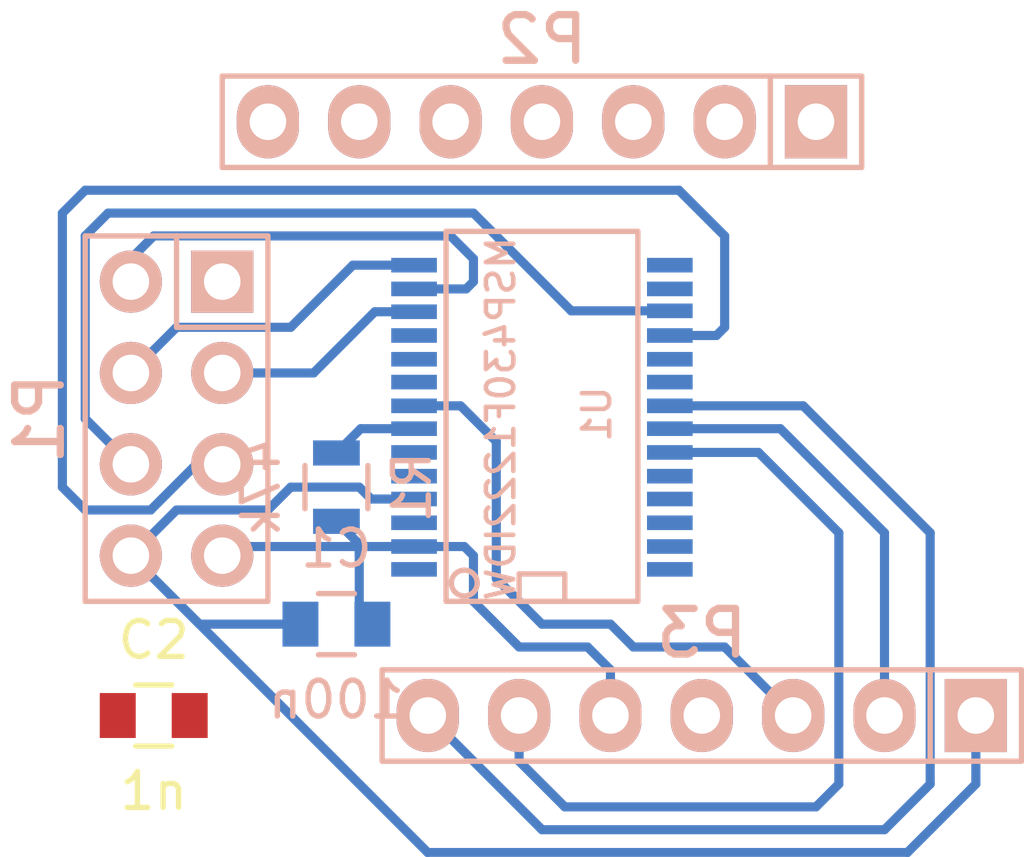
<source format=kicad_pcb>
(kicad_pcb (version 4) (host pcbnew 0.201502010101+5397~21~ubuntu14.04.1-product)

  (general
    (links 27)
    (no_connects 10)
    (area 0 0 0 0)
    (thickness 1.6)
    (drawings 0)
    (tracks 86)
    (zones 0)
    (modules 7)
    (nets 30)
  )

  (page A4)
  (layers
    (0 F.Cu signal)
    (31 B.Cu signal)
    (32 B.Adhes user)
    (33 F.Adhes user)
    (34 B.Paste user)
    (35 F.Paste user)
    (36 B.SilkS user)
    (37 F.SilkS user)
    (38 B.Mask user)
    (39 F.Mask user)
    (40 Dwgs.User user)
    (41 Cmts.User user)
    (42 Eco1.User user)
    (43 Eco2.User user)
    (44 Edge.Cuts user)
    (45 Margin user)
    (46 B.CrtYd user)
    (47 F.CrtYd user)
    (48 B.Fab user)
    (49 F.Fab user)
  )

  (setup
    (last_trace_width 0.254)
    (trace_clearance 0.254)
    (zone_clearance 0.508)
    (zone_45_only no)
    (trace_min 0.254)
    (segment_width 0.2)
    (edge_width 0.1)
    (via_size 0.889)
    (via_drill 0.635)
    (via_min_size 0.889)
    (via_min_drill 0.508)
    (uvia_size 0.508)
    (uvia_drill 0.127)
    (uvias_allowed no)
    (uvia_min_size 0.508)
    (uvia_min_drill 0.127)
    (pcb_text_width 0.3)
    (pcb_text_size 1.5 1.5)
    (mod_edge_width 0.15)
    (mod_text_size 1 1)
    (mod_text_width 0.15)
    (pad_size 1.5 1.5)
    (pad_drill 0.6)
    (pad_to_mask_clearance 0)
    (aux_axis_origin 0 0)
    (visible_elements FFFFFF7F)
    (pcbplotparams
      (layerselection 0x00030_80000001)
      (usegerberextensions false)
      (excludeedgelayer true)
      (linewidth 0.100000)
      (plotframeref false)
      (viasonmask false)
      (mode 1)
      (useauxorigin false)
      (hpglpennumber 1)
      (hpglpenspeed 20)
      (hpglpendiameter 15)
      (hpglpenoverlay 2)
      (psnegative false)
      (psa4output false)
      (plotreference true)
      (plotvalue true)
      (plotinvisibletext false)
      (padsonsilk false)
      (subtractmaskfromsilk false)
      (outputformat 1)
      (mirror false)
      (drillshape 1)
      (scaleselection 1)
      (outputdirectory ""))
  )

  (net 0 "")
  (net 1 +3V3)
  (net 2 GND)
  (net 3 "Net-(C2-Pad1)")
  (net 4 "Net-(P1-Pad1)")
  (net 5 "Net-(P1-Pad2)")
  (net 6 "Net-(P1-Pad3)")
  (net 7 "Net-(P1-Pad4)")
  (net 8 "Net-(P1-Pad5)")
  (net 9 "Net-(P1-Pad6)")
  (net 10 "Net-(P2-Pad3)")
  (net 11 "Net-(P2-Pad5)")
  (net 12 "Net-(P2-Pad6)")
  (net 13 "Net-(P2-Pad7)")
  (net 14 "Net-(P3-Pad3)")
  (net 15 "Net-(P3-Pad4)")
  (net 16 "Net-(P3-Pad6)")
  (net 17 "Net-(P3-Pad7)")
  (net 18 "Net-(U1-Pad3)")
  (net 19 "Net-(U1-Pad5)")
  (net 20 "Net-(U1-Pad6)")
  (net 21 "Net-(U1-Pad9)")
  (net 22 "Net-(U1-Pad11)")
  (net 23 "Net-(U1-Pad15)")
  (net 24 "Net-(U1-Pad16)")
  (net 25 "Net-(U1-Pad19)")
  (net 26 "Net-(U1-Pad20)")
  (net 27 "Net-(U1-Pad26)")
  (net 28 "Net-(U1-Pad27)")
  (net 29 "Net-(U1-Pad28)")

  (net_class Default "This is the default net class."
    (clearance 0.254)
    (trace_width 0.254)
    (via_dia 0.889)
    (via_drill 0.635)
    (uvia_dia 0.508)
    (uvia_drill 0.127)
    (add_net +3V3)
    (add_net GND)
    (add_net "Net-(C2-Pad1)")
    (add_net "Net-(P1-Pad1)")
    (add_net "Net-(P1-Pad2)")
    (add_net "Net-(P1-Pad3)")
    (add_net "Net-(P1-Pad4)")
    (add_net "Net-(P1-Pad5)")
    (add_net "Net-(P1-Pad6)")
    (add_net "Net-(P2-Pad3)")
    (add_net "Net-(P2-Pad5)")
    (add_net "Net-(P2-Pad6)")
    (add_net "Net-(P2-Pad7)")
    (add_net "Net-(P3-Pad3)")
    (add_net "Net-(P3-Pad4)")
    (add_net "Net-(P3-Pad6)")
    (add_net "Net-(P3-Pad7)")
    (add_net "Net-(U1-Pad11)")
    (add_net "Net-(U1-Pad15)")
    (add_net "Net-(U1-Pad16)")
    (add_net "Net-(U1-Pad19)")
    (add_net "Net-(U1-Pad20)")
    (add_net "Net-(U1-Pad26)")
    (add_net "Net-(U1-Pad27)")
    (add_net "Net-(U1-Pad28)")
    (add_net "Net-(U1-Pad3)")
    (add_net "Net-(U1-Pad5)")
    (add_net "Net-(U1-Pad6)")
    (add_net "Net-(U1-Pad9)")
  )

  (module Capacitors_SMD:C_0805 (layer B.Cu) (tedit 5415D6EA) (tstamp 54F3496D)
    (at 139.065 111.125 180)
    (descr "Capacitor SMD 0805, reflow soldering, AVX (see smccp.pdf)")
    (tags "capacitor 0805")
    (path /54F2F845)
    (attr smd)
    (fp_text reference C1 (at 0 2.1 180) (layer B.SilkS)
      (effects (font (size 1 1) (thickness 0.15)) (justify mirror))
    )
    (fp_text value 100n (at 0 -2.1 180) (layer B.SilkS)
      (effects (font (size 1 1) (thickness 0.15)) (justify mirror))
    )
    (fp_line (start -1.8 1) (end 1.8 1) (layer B.CrtYd) (width 0.05))
    (fp_line (start -1.8 -1) (end 1.8 -1) (layer B.CrtYd) (width 0.05))
    (fp_line (start -1.8 1) (end -1.8 -1) (layer B.CrtYd) (width 0.05))
    (fp_line (start 1.8 1) (end 1.8 -1) (layer B.CrtYd) (width 0.05))
    (fp_line (start 0.5 0.85) (end -0.5 0.85) (layer B.SilkS) (width 0.15))
    (fp_line (start -0.5 -0.85) (end 0.5 -0.85) (layer B.SilkS) (width 0.15))
    (pad 1 smd rect (at -1 0 180) (size 1 1.25) (layers B.Cu B.Paste B.Mask)
      (net 1 +3V3))
    (pad 2 smd rect (at 1 0 180) (size 1 1.25) (layers B.Cu B.Paste B.Mask)
      (net 2 GND))
    (model Capacitors_SMD/C_0805N.wrl
      (at (xyz 0 0 0))
      (scale (xyz 1 1 1))
      (rotate (xyz 0 0 0))
    )
  )

  (module Capacitors_SMD:C_0805 (layer F.Cu) (tedit 5415D6EA) (tstamp 54F34979)
    (at 133.985 113.665)
    (descr "Capacitor SMD 0805, reflow soldering, AVX (see smccp.pdf)")
    (tags "capacitor 0805")
    (path /54F2FB00)
    (attr smd)
    (fp_text reference C2 (at 0 -2.1) (layer F.SilkS)
      (effects (font (size 1 1) (thickness 0.15)))
    )
    (fp_text value 1n (at 0 2.1) (layer F.SilkS)
      (effects (font (size 1 1) (thickness 0.15)))
    )
    (fp_line (start -1.8 -1) (end 1.8 -1) (layer F.CrtYd) (width 0.05))
    (fp_line (start -1.8 1) (end 1.8 1) (layer F.CrtYd) (width 0.05))
    (fp_line (start -1.8 -1) (end -1.8 1) (layer F.CrtYd) (width 0.05))
    (fp_line (start 1.8 -1) (end 1.8 1) (layer F.CrtYd) (width 0.05))
    (fp_line (start 0.5 -0.85) (end -0.5 -0.85) (layer F.SilkS) (width 0.15))
    (fp_line (start -0.5 0.85) (end 0.5 0.85) (layer F.SilkS) (width 0.15))
    (pad 1 smd rect (at -1 0) (size 1 1.25) (layers F.Cu F.Paste F.Mask)
      (net 3 "Net-(C2-Pad1)"))
    (pad 2 smd rect (at 1 0) (size 1 1.25) (layers F.Cu F.Paste F.Mask)
      (net 2 GND))
    (model Capacitors_SMD/C_0805N.wrl
      (at (xyz 0 0 0))
      (scale (xyz 1 1 1))
      (rotate (xyz 0 0 0))
    )
  )

  (module Pin_Headers:Pin_Header_Straight_2x04 (layer B.Cu) (tedit 54F348E6) (tstamp 54F3498D)
    (at 134.62 105.41 270)
    (descr "Through hole pin header")
    (tags "pin header")
    (path /54F2F6FE)
    (fp_text reference P1 (at 0 3.81 270) (layer B.SilkS)
      (effects (font (size 1.27 1.27) (thickness 0.2032)) (justify mirror))
    )
    (fp_text value BK24x1 (at 0 0 270) (layer B.SilkS) hide
      (effects (font (size 1.27 1.27) (thickness 0.2032)) (justify mirror))
    )
    (fp_line (start -2.54 -2.54) (end 5.08 -2.54) (layer B.SilkS) (width 0.15))
    (fp_line (start 5.08 -2.54) (end 5.08 2.54) (layer B.SilkS) (width 0.15))
    (fp_line (start 5.08 2.54) (end -5.08 2.54) (layer B.SilkS) (width 0.15))
    (fp_line (start -5.08 2.54) (end -5.08 0) (layer B.SilkS) (width 0.15))
    (fp_line (start -5.08 -2.54) (end -2.54 -2.54) (layer B.SilkS) (width 0.15))
    (fp_line (start -5.08 0) (end -2.54 0) (layer B.SilkS) (width 0.15))
    (fp_line (start -2.54 0) (end -2.54 -2.54) (layer B.SilkS) (width 0.15))
    (fp_line (start -5.08 -2.54) (end -5.08 0) (layer B.SilkS) (width 0.15))
    (pad 1 thru_hole rect (at -3.81 -1.27 270) (size 1.7272 1.7272) (drill 1.016) (layers *.Cu *.Mask B.SilkS)
      (net 4 "Net-(P1-Pad1)"))
    (pad 2 thru_hole oval (at -3.81 1.27 270) (size 1.7272 1.7272) (drill 1.016) (layers *.Cu *.Mask B.SilkS)
      (net 5 "Net-(P1-Pad2)"))
    (pad 3 thru_hole oval (at -1.27 -1.27 270) (size 1.7272 1.7272) (drill 1.016) (layers *.Cu *.Mask B.SilkS)
      (net 6 "Net-(P1-Pad3)"))
    (pad 4 thru_hole oval (at -1.27 1.27 270) (size 1.7272 1.7272) (drill 1.016) (layers *.Cu *.Mask B.SilkS)
      (net 7 "Net-(P1-Pad4)"))
    (pad 5 thru_hole oval (at 1.27 -1.27 270) (size 1.7272 1.7272) (drill 1.016) (layers *.Cu *.Mask B.SilkS)
      (net 8 "Net-(P1-Pad5)"))
    (pad 6 thru_hole oval (at 1.27 1.27 270) (size 1.7272 1.7272) (drill 1.016) (layers *.Cu *.Mask B.SilkS)
      (net 9 "Net-(P1-Pad6)"))
    (pad 7 thru_hole oval (at 3.81 -1.27 270) (size 1.7272 1.7272) (drill 1.016) (layers *.Cu *.Mask B.SilkS)
      (net 1 +3V3))
    (pad 8 thru_hole oval (at 3.81 1.27 270) (size 1.7272 1.7272) (drill 1.016) (layers *.Cu *.Mask B.SilkS)
      (net 2 GND))
    (model Pin_Headers/Pin_Header_Straight_2x04.wrl
      (at (xyz 0 0 0))
      (scale (xyz 1 1 1))
      (rotate (xyz 0 0 0))
    )
  )

  (module Pin_Headers:Pin_Header_Straight_1x07 (layer B.Cu) (tedit 54F348E5) (tstamp 54F3499F)
    (at 144.78 97.155 180)
    (descr "Through hole pin header")
    (tags "pin header")
    (path /54F31136)
    (fp_text reference P2 (at 0 2.286 180) (layer B.SilkS)
      (effects (font (size 1.27 1.27) (thickness 0.2032)) (justify mirror))
    )
    (fp_text value BSL (at 0 0 180) (layer B.SilkS) hide
      (effects (font (size 1.27 1.27) (thickness 0.2032)) (justify mirror))
    )
    (fp_line (start -6.35 1.27) (end 8.89 1.27) (layer B.SilkS) (width 0.15))
    (fp_line (start 8.89 1.27) (end 8.89 -1.27) (layer B.SilkS) (width 0.15))
    (fp_line (start 8.89 -1.27) (end -6.35 -1.27) (layer B.SilkS) (width 0.15))
    (fp_line (start -8.89 1.27) (end -6.35 1.27) (layer B.SilkS) (width 0.15))
    (fp_line (start -6.35 1.27) (end -6.35 -1.27) (layer B.SilkS) (width 0.15))
    (fp_line (start -8.89 1.27) (end -8.89 -1.27) (layer B.SilkS) (width 0.15))
    (fp_line (start -8.89 -1.27) (end -6.35 -1.27) (layer B.SilkS) (width 0.15))
    (pad 1 thru_hole rect (at -7.62 0 180) (size 1.7272 2.032) (drill 1.016) (layers *.Cu *.Mask B.SilkS)
      (net 1 +3V3))
    (pad 2 thru_hole oval (at -5.08 0 180) (size 1.7272 2.032) (drill 1.016) (layers *.Cu *.Mask B.SilkS)
      (net 2 GND))
    (pad 3 thru_hole oval (at -2.54 0 180) (size 1.7272 2.032) (drill 1.016) (layers *.Cu *.Mask B.SilkS)
      (net 10 "Net-(P2-Pad3)"))
    (pad 4 thru_hole oval (at 0 0 180) (size 1.7272 2.032) (drill 1.016) (layers *.Cu *.Mask B.SilkS)
      (net 3 "Net-(C2-Pad1)"))
    (pad 5 thru_hole oval (at 2.54 0 180) (size 1.7272 2.032) (drill 1.016) (layers *.Cu *.Mask B.SilkS)
      (net 11 "Net-(P2-Pad5)"))
    (pad 6 thru_hole oval (at 5.08 0 180) (size 1.7272 2.032) (drill 1.016) (layers *.Cu *.Mask B.SilkS)
      (net 12 "Net-(P2-Pad6)"))
    (pad 7 thru_hole oval (at 7.62 0 180) (size 1.7272 2.032) (drill 1.016) (layers *.Cu *.Mask B.SilkS)
      (net 13 "Net-(P2-Pad7)"))
    (model Pin_Headers/Pin_Header_Straight_1x07.wrl
      (at (xyz 0 0 0))
      (scale (xyz 1 1 1))
      (rotate (xyz 0 0 0))
    )
  )

  (module Pin_Headers:Pin_Header_Straight_1x07 (layer B.Cu) (tedit 54F348E5) (tstamp 54F349B1)
    (at 149.225 113.665 180)
    (descr "Through hole pin header")
    (tags "pin header")
    (path /54F2FC73)
    (fp_text reference P3 (at 0 2.286 180) (layer B.SilkS)
      (effects (font (size 1.27 1.27) (thickness 0.2032)) (justify mirror))
    )
    (fp_text value PWRBRD (at 0 0 180) (layer B.SilkS) hide
      (effects (font (size 1.27 1.27) (thickness 0.2032)) (justify mirror))
    )
    (fp_line (start -6.35 1.27) (end 8.89 1.27) (layer B.SilkS) (width 0.15))
    (fp_line (start 8.89 1.27) (end 8.89 -1.27) (layer B.SilkS) (width 0.15))
    (fp_line (start 8.89 -1.27) (end -6.35 -1.27) (layer B.SilkS) (width 0.15))
    (fp_line (start -8.89 1.27) (end -6.35 1.27) (layer B.SilkS) (width 0.15))
    (fp_line (start -6.35 1.27) (end -6.35 -1.27) (layer B.SilkS) (width 0.15))
    (fp_line (start -8.89 1.27) (end -8.89 -1.27) (layer B.SilkS) (width 0.15))
    (fp_line (start -8.89 -1.27) (end -6.35 -1.27) (layer B.SilkS) (width 0.15))
    (pad 1 thru_hole rect (at -7.62 0 180) (size 1.7272 2.032) (drill 1.016) (layers *.Cu *.Mask B.SilkS)
      (net 2 GND))
    (pad 2 thru_hole oval (at -5.08 0 180) (size 1.7272 2.032) (drill 1.016) (layers *.Cu *.Mask B.SilkS)
      (net 11 "Net-(P2-Pad5)"))
    (pad 3 thru_hole oval (at -2.54 0 180) (size 1.7272 2.032) (drill 1.016) (layers *.Cu *.Mask B.SilkS)
      (net 14 "Net-(P3-Pad3)"))
    (pad 4 thru_hole oval (at 0 0 180) (size 1.7272 2.032) (drill 1.016) (layers *.Cu *.Mask B.SilkS)
      (net 15 "Net-(P3-Pad4)"))
    (pad 5 thru_hole oval (at 2.54 0 180) (size 1.7272 2.032) (drill 1.016) (layers *.Cu *.Mask B.SilkS)
      (net 1 +3V3))
    (pad 6 thru_hole oval (at 5.08 0 180) (size 1.7272 2.032) (drill 1.016) (layers *.Cu *.Mask B.SilkS)
      (net 16 "Net-(P3-Pad6)"))
    (pad 7 thru_hole oval (at 7.62 0 180) (size 1.7272 2.032) (drill 1.016) (layers *.Cu *.Mask B.SilkS)
      (net 17 "Net-(P3-Pad7)"))
    (model Pin_Headers/Pin_Header_Straight_1x07.wrl
      (at (xyz 0 0 0))
      (scale (xyz 1 1 1))
      (rotate (xyz 0 0 0))
    )
  )

  (module Resistors_SMD:R_0805 (layer B.Cu) (tedit 5415CDEB) (tstamp 54F349BD)
    (at 139.065 107.315 90)
    (descr "Resistor SMD 0805, reflow soldering, Vishay (see dcrcw.pdf)")
    (tags "resistor 0805")
    (path /54F2FA6B)
    (attr smd)
    (fp_text reference R1 (at 0 2.1 90) (layer B.SilkS)
      (effects (font (size 1 1) (thickness 0.15)) (justify mirror))
    )
    (fp_text value 47k (at 0 -2.1 90) (layer B.SilkS)
      (effects (font (size 1 1) (thickness 0.15)) (justify mirror))
    )
    (fp_line (start -1.6 1) (end 1.6 1) (layer B.CrtYd) (width 0.05))
    (fp_line (start -1.6 -1) (end 1.6 -1) (layer B.CrtYd) (width 0.05))
    (fp_line (start -1.6 1) (end -1.6 -1) (layer B.CrtYd) (width 0.05))
    (fp_line (start 1.6 1) (end 1.6 -1) (layer B.CrtYd) (width 0.05))
    (fp_line (start 0.6 -0.875) (end -0.6 -0.875) (layer B.SilkS) (width 0.15))
    (fp_line (start -0.6 0.875) (end 0.6 0.875) (layer B.SilkS) (width 0.15))
    (pad 1 smd rect (at -0.95 0 90) (size 0.7 1.3) (layers B.Cu B.Paste B.Mask)
      (net 1 +3V3))
    (pad 2 smd rect (at 0.95 0 90) (size 0.7 1.3) (layers B.Cu B.Paste B.Mask)
      (net 3 "Net-(C2-Pad1)"))
    (model Resistors_SMD/R_0805.wrl
      (at (xyz 0 0 0))
      (scale (xyz 1 1 1))
      (rotate (xyz 0 0 0))
    )
  )

  (module SMD_Packages:SSOP-28 (layer B.Cu) (tedit 54F348E5) (tstamp 54F349E5)
    (at 144.78 105.41 90)
    (descr "SSOP 28 pins")
    (tags "CMS SSOP SMD")
    (path /54F2F464)
    (attr smd)
    (fp_text reference U1 (at 0.127 1.524 90) (layer B.SilkS)
      (effects (font (size 0.762 0.762) (thickness 0.127)) (justify mirror))
    )
    (fp_text value MSP430F1222IDW (at 0 -1.143 90) (layer B.SilkS)
      (effects (font (size 0.762 0.762) (thickness 0.127)) (justify mirror))
    )
    (fp_circle (center -4.572 -2.159) (end -4.826 -1.905) (layer B.SilkS) (width 0.15))
    (fp_line (start -5.08 0.635) (end -4.318 0.635) (layer B.SilkS) (width 0.15))
    (fp_line (start -4.318 0.635) (end -4.318 -0.635) (layer B.SilkS) (width 0.15))
    (fp_line (start -4.318 -0.635) (end -5.08 -0.635) (layer B.SilkS) (width 0.15))
    (fp_line (start 5.207 -2.667) (end -5.08 -2.667) (layer B.SilkS) (width 0.15))
    (fp_line (start -5.08 2.667) (end 5.207 2.667) (layer B.SilkS) (width 0.15))
    (fp_line (start -5.08 2.667) (end -5.08 -2.667) (layer B.SilkS) (width 0.15))
    (fp_line (start 5.207 2.667) (end 5.207 -2.667) (layer B.SilkS) (width 0.15))
    (pad 1 smd rect (at -4.191 -3.556 90) (size 0.4064 1.27) (layers B.Cu B.Paste B.Mask)
      (net 10 "Net-(P2-Pad3)"))
    (pad 2 smd rect (at -3.556 -3.556 90) (size 0.4064 1.27) (layers B.Cu B.Paste B.Mask)
      (net 1 +3V3))
    (pad 3 smd rect (at -2.8956 -3.556 90) (size 0.4064 1.27) (layers B.Cu B.Paste B.Mask)
      (net 18 "Net-(U1-Pad3)"))
    (pad 4 smd rect (at -2.2352 -3.556 90) (size 0.4064 1.27) (layers B.Cu B.Paste B.Mask)
      (net 2 GND))
    (pad 5 smd rect (at -1.6002 -3.556 90) (size 0.4064 1.27) (layers B.Cu B.Paste B.Mask)
      (net 19 "Net-(U1-Pad5)"))
    (pad 6 smd rect (at -0.9398 -3.556 90) (size 0.4064 1.27) (layers B.Cu B.Paste B.Mask)
      (net 20 "Net-(U1-Pad6)"))
    (pad 7 smd rect (at -0.2794 -3.556 90) (size 0.4064 1.27) (layers B.Cu B.Paste B.Mask)
      (net 3 "Net-(C2-Pad1)"))
    (pad 8 smd rect (at 0.3556 -3.556 90) (size 0.4064 1.27) (layers B.Cu B.Paste B.Mask)
      (net 14 "Net-(P3-Pad3)"))
    (pad 9 smd rect (at 1.016 -3.556 90) (size 0.4064 1.27) (layers B.Cu B.Paste B.Mask)
      (net 21 "Net-(U1-Pad9)"))
    (pad 10 smd rect (at 1.651 -3.556 90) (size 0.4064 1.27) (layers B.Cu B.Paste B.Mask)
      (net 12 "Net-(P2-Pad6)"))
    (pad 11 smd rect (at 2.3114 -3.556 90) (size 0.4064 1.27) (layers B.Cu B.Paste B.Mask)
      (net 22 "Net-(U1-Pad11)"))
    (pad 12 smd rect (at 2.9718 -3.556 90) (size 0.4064 1.27) (layers B.Cu B.Paste B.Mask)
      (net 6 "Net-(P1-Pad3)"))
    (pad 13 smd rect (at 3.6068 -3.556 90) (size 0.4064 1.27) (layers B.Cu B.Paste B.Mask)
      (net 5 "Net-(P1-Pad2)"))
    (pad 14 smd rect (at 4.2672 -3.556 90) (size 0.4064 1.27) (layers B.Cu B.Paste B.Mask)
      (net 7 "Net-(P1-Pad4)"))
    (pad 15 smd rect (at 4.2672 3.556 90) (size 0.4064 1.27) (layers B.Cu B.Paste B.Mask)
      (net 23 "Net-(U1-Pad15)"))
    (pad 16 smd rect (at 3.6068 3.556 90) (size 0.4064 1.27) (layers B.Cu B.Paste B.Mask)
      (net 24 "Net-(U1-Pad16)"))
    (pad 17 smd rect (at 2.9972 3.556 90) (size 0.4064 1.27) (layers B.Cu B.Paste B.Mask)
      (net 9 "Net-(P1-Pad6)"))
    (pad 18 smd rect (at 2.3114 3.556 90) (size 0.4064 1.27) (layers B.Cu B.Paste B.Mask)
      (net 8 "Net-(P1-Pad5)"))
    (pad 19 smd rect (at 1.651 3.556 90) (size 0.4064 1.27) (layers B.Cu B.Paste B.Mask)
      (net 25 "Net-(U1-Pad19)"))
    (pad 20 smd rect (at 1.016 3.556 90) (size 0.4064 1.27) (layers B.Cu B.Paste B.Mask)
      (net 26 "Net-(U1-Pad20)"))
    (pad 21 smd rect (at 0.3556 3.556 90) (size 0.4064 1.27) (layers B.Cu B.Paste B.Mask)
      (net 17 "Net-(P3-Pad7)"))
    (pad 22 smd rect (at -0.2794 3.556 90) (size 0.4064 1.27) (layers B.Cu B.Paste B.Mask)
      (net 11 "Net-(P2-Pad5)"))
    (pad 23 smd rect (at -0.9398 3.556 90) (size 0.4064 1.27) (layers B.Cu B.Paste B.Mask)
      (net 16 "Net-(P3-Pad6)"))
    (pad 24 smd rect (at -1.6002 3.556 90) (size 0.4064 1.27) (layers B.Cu B.Paste B.Mask)
      (net 15 "Net-(P3-Pad4)"))
    (pad 25 smd rect (at -2.2352 3.556 90) (size 0.4064 1.27) (layers B.Cu B.Paste B.Mask)
      (net 13 "Net-(P2-Pad7)"))
    (pad 26 smd rect (at -2.8956 3.556 90) (size 0.4064 1.27) (layers B.Cu B.Paste B.Mask)
      (net 27 "Net-(U1-Pad26)"))
    (pad 27 smd rect (at -3.556 3.556 90) (size 0.4064 1.27) (layers B.Cu B.Paste B.Mask)
      (net 28 "Net-(U1-Pad27)"))
    (pad 28 smd rect (at -4.191 3.556 90) (size 0.4064 1.27) (layers B.Cu B.Paste B.Mask)
      (net 29 "Net-(U1-Pad28)"))
    (model smd/cms_soj28.wrl
      (at (xyz 0 0 0))
      (scale (xyz 0.256 0.5 0.25))
      (rotate (xyz 0 0 0))
    )
  )

  (segment (start 139.7 109.22) (end 139.7 108.9) (width 0.254) (layer B.Cu) (net 1))
  (segment (start 139.7 108.9) (end 139.065 108.265) (width 0.254) (layer B.Cu) (net 1) (tstamp 54F34D39))
  (segment (start 139.7 108.966) (end 139.7 109.22) (width 0.254) (layer B.Cu) (net 1))
  (segment (start 139.7 109.22) (end 139.7 110.76) (width 0.254) (layer B.Cu) (net 1) (tstamp 54F34D37))
  (segment (start 139.7 110.76) (end 140.065 111.125) (width 0.254) (layer B.Cu) (net 1) (tstamp 54F34CFF))
  (segment (start 141.224 108.966) (end 142.621 108.966) (width 0.254) (layer B.Cu) (net 1))
  (segment (start 146.685 112.395) (end 146.685 113.665) (width 0.254) (layer B.Cu) (net 1) (tstamp 54F34CA0))
  (segment (start 146.05 111.76) (end 146.685 112.395) (width 0.254) (layer B.Cu) (net 1) (tstamp 54F34C9F))
  (segment (start 144.145 111.76) (end 146.05 111.76) (width 0.254) (layer B.Cu) (net 1) (tstamp 54F34C9D))
  (segment (start 142.875 110.49) (end 144.145 111.76) (width 0.254) (layer B.Cu) (net 1) (tstamp 54F34C9B))
  (segment (start 142.875 109.22) (end 142.875 110.49) (width 0.254) (layer B.Cu) (net 1) (tstamp 54F34C9A))
  (segment (start 142.621 108.966) (end 142.875 109.22) (width 0.254) (layer B.Cu) (net 1) (tstamp 54F34C99))
  (segment (start 141.224 108.966) (end 139.7 108.966) (width 0.254) (layer B.Cu) (net 1))
  (segment (start 139.7 108.966) (end 136.144 108.966) (width 0.254) (layer B.Cu) (net 1) (tstamp 54F34CFD))
  (segment (start 136.144 108.966) (end 135.89 109.22) (width 0.254) (layer B.Cu) (net 1) (tstamp 54F34C4D))
  (segment (start 141.224 107.6452) (end 140.0302 107.6452) (width 0.254) (layer B.Cu) (net 2))
  (segment (start 134.62 107.95) (end 133.35 109.22) (width 0.254) (layer B.Cu) (net 2) (tstamp 54F34D40))
  (segment (start 137.16 107.95) (end 134.62 107.95) (width 0.254) (layer B.Cu) (net 2) (tstamp 54F34D3F))
  (segment (start 137.795 107.315) (end 137.16 107.95) (width 0.254) (layer B.Cu) (net 2) (tstamp 54F34D3E))
  (segment (start 139.7 107.315) (end 137.795 107.315) (width 0.254) (layer B.Cu) (net 2) (tstamp 54F34D3D))
  (segment (start 140.0302 107.6452) (end 139.7 107.315) (width 0.254) (layer B.Cu) (net 2) (tstamp 54F34D3C))
  (segment (start 156.845 113.665) (end 156.845 115.57) (width 0.254) (layer B.Cu) (net 2))
  (segment (start 141.605 117.475) (end 133.35 109.22) (width 0.254) (layer B.Cu) (net 2) (tstamp 54F34D0A))
  (segment (start 154.94 117.475) (end 141.605 117.475) (width 0.254) (layer B.Cu) (net 2) (tstamp 54F34D08))
  (segment (start 156.845 115.57) (end 154.94 117.475) (width 0.254) (layer B.Cu) (net 2) (tstamp 54F34D06))
  (segment (start 138.065 111.125) (end 135.255 111.125) (width 0.254) (layer B.Cu) (net 2))
  (segment (start 135.255 111.125) (end 133.35 109.22) (width 0.254) (layer B.Cu) (net 2) (tstamp 54F34D02))
  (segment (start 141.224 105.6894) (end 139.7406 105.6894) (width 0.254) (layer B.Cu) (net 3))
  (segment (start 139.7406 105.6894) (end 139.065 106.365) (width 0.254) (layer B.Cu) (net 3) (tstamp 54F34D44))
  (segment (start 133.35 101.6) (end 133.35 100.965) (width 0.254) (layer B.Cu) (net 5))
  (segment (start 133.35 100.965) (end 133.985 100.33) (width 0.254) (layer B.Cu) (net 5) (tstamp 54F34C6C))
  (segment (start 133.985 100.33) (end 142.24 100.33) (width 0.254) (layer B.Cu) (net 5) (tstamp 54F34C6D))
  (segment (start 142.24 100.33) (end 142.875 100.965) (width 0.254) (layer B.Cu) (net 5) (tstamp 54F34C6E))
  (segment (start 142.875 100.965) (end 142.875 101.6) (width 0.254) (layer B.Cu) (net 5) (tstamp 54F34C6F))
  (segment (start 142.875 101.6) (end 142.6718 101.8032) (width 0.254) (layer B.Cu) (net 5) (tstamp 54F34C70))
  (segment (start 142.6718 101.8032) (end 141.224 101.8032) (width 0.254) (layer B.Cu) (net 5) (tstamp 54F34C71))
  (segment (start 135.89 104.14) (end 138.43 104.14) (width 0.254) (layer B.Cu) (net 6))
  (segment (start 140.1318 102.4382) (end 141.224 102.4382) (width 0.254) (layer B.Cu) (net 6) (tstamp 54F34C62))
  (segment (start 138.43 104.14) (end 140.1318 102.4382) (width 0.254) (layer B.Cu) (net 6) (tstamp 54F34C60))
  (segment (start 135.89 104.14) (end 136.525 104.14) (width 0.254) (layer F.Cu) (net 6))
  (segment (start 133.35 104.14) (end 134.62 102.87) (width 0.254) (layer B.Cu) (net 7))
  (segment (start 139.5222 101.1428) (end 141.224 101.1428) (width 0.254) (layer B.Cu) (net 7) (tstamp 54F34C68))
  (segment (start 137.795 102.87) (end 139.5222 101.1428) (width 0.254) (layer B.Cu) (net 7) (tstamp 54F34C67))
  (segment (start 134.62 102.87) (end 137.795 102.87) (width 0.254) (layer B.Cu) (net 7) (tstamp 54F34C66))
  (segment (start 135.89 106.68) (end 135.171576 106.68) (width 0.254) (layer B.Cu) (net 8))
  (segment (start 135.171576 106.68) (end 133.901576 107.95) (width 0.254) (layer B.Cu) (net 8) (tstamp 54F34C7D))
  (segment (start 149.6314 103.0986) (end 148.336 103.0986) (width 0.254) (layer B.Cu) (net 8) (tstamp 54F34C89))
  (segment (start 149.86 102.87) (end 149.6314 103.0986) (width 0.254) (layer B.Cu) (net 8) (tstamp 54F34C88))
  (segment (start 149.86 100.33) (end 149.86 102.87) (width 0.254) (layer B.Cu) (net 8) (tstamp 54F34C86))
  (segment (start 148.59 99.06) (end 149.86 100.33) (width 0.254) (layer B.Cu) (net 8) (tstamp 54F34C84))
  (segment (start 132.08 99.06) (end 148.59 99.06) (width 0.254) (layer B.Cu) (net 8) (tstamp 54F34C83))
  (segment (start 131.445 99.695) (end 132.08 99.06) (width 0.254) (layer B.Cu) (net 8) (tstamp 54F34C82))
  (segment (start 131.445 107.315) (end 131.445 99.695) (width 0.254) (layer B.Cu) (net 8) (tstamp 54F34C81))
  (segment (start 132.08 107.95) (end 131.445 107.315) (width 0.254) (layer B.Cu) (net 8) (tstamp 54F34C80))
  (segment (start 133.901576 107.95) (end 132.08 107.95) (width 0.254) (layer B.Cu) (net 8) (tstamp 54F34C7E))
  (segment (start 135.89 106.68) (end 136.525 106.68) (width 0.254) (layer F.Cu) (net 8))
  (segment (start 133.35 106.68) (end 132.08 105.41) (width 0.254) (layer B.Cu) (net 9))
  (segment (start 145.5928 102.4128) (end 148.336 102.4128) (width 0.254) (layer B.Cu) (net 9) (tstamp 54F34C79))
  (segment (start 142.875 99.695) (end 145.5928 102.4128) (width 0.254) (layer B.Cu) (net 9) (tstamp 54F34C77))
  (segment (start 132.715 99.695) (end 142.875 99.695) (width 0.254) (layer B.Cu) (net 9) (tstamp 54F34C76))
  (segment (start 132.08 100.33) (end 132.715 99.695) (width 0.254) (layer B.Cu) (net 9) (tstamp 54F34C75))
  (segment (start 132.08 105.41) (end 132.08 100.33) (width 0.254) (layer B.Cu) (net 9) (tstamp 54F34C74))
  (segment (start 154.305 113.665) (end 154.305 108.585) (width 0.254) (layer B.Cu) (net 11))
  (segment (start 151.4094 105.6894) (end 148.336 105.6894) (width 0.254) (layer B.Cu) (net 11) (tstamp 54F34CB1))
  (segment (start 154.305 108.585) (end 151.4094 105.6894) (width 0.254) (layer B.Cu) (net 11) (tstamp 54F34CAF))
  (segment (start 151.765 113.665) (end 149.86 111.76) (width 0.254) (layer B.Cu) (net 14))
  (segment (start 142.5194 105.0544) (end 141.224 105.0544) (width 0.254) (layer B.Cu) (net 14) (tstamp 54F34CAC))
  (segment (start 143.51 106.045) (end 142.5194 105.0544) (width 0.254) (layer B.Cu) (net 14) (tstamp 54F34CAB))
  (segment (start 143.51 109.855) (end 143.51 106.045) (width 0.254) (layer B.Cu) (net 14) (tstamp 54F34CA9))
  (segment (start 144.78 111.125) (end 143.51 109.855) (width 0.254) (layer B.Cu) (net 14) (tstamp 54F34CA7))
  (segment (start 146.685 111.125) (end 144.78 111.125) (width 0.254) (layer B.Cu) (net 14) (tstamp 54F34CA6))
  (segment (start 147.32 111.76) (end 146.685 111.125) (width 0.254) (layer B.Cu) (net 14) (tstamp 54F34CA5))
  (segment (start 149.86 111.76) (end 147.32 111.76) (width 0.254) (layer B.Cu) (net 14) (tstamp 54F34CA4))
  (segment (start 144.145 113.665) (end 144.145 114.935) (width 0.254) (layer B.Cu) (net 16))
  (segment (start 150.7998 106.3498) (end 153.035 108.585) (width 0.254) (layer B.Cu) (net 16) (tstamp 54F34CBB))
  (segment (start 153.035 108.585) (end 153.035 115.57) (width 0.254) (layer B.Cu) (net 16) (tstamp 54F34CBD))
  (segment (start 150.7998 106.3498) (end 148.336 106.3498) (width 0.254) (layer B.Cu) (net 16))
  (segment (start 152.4 116.205) (end 153.035 115.57) (width 0.254) (layer B.Cu) (net 16) (tstamp 54F34CC4))
  (segment (start 145.415 116.205) (end 152.4 116.205) (width 0.254) (layer B.Cu) (net 16) (tstamp 54F34CC2))
  (segment (start 144.145 114.935) (end 145.415 116.205) (width 0.254) (layer B.Cu) (net 16) (tstamp 54F34CC1))
  (segment (start 148.336 105.0544) (end 152.0444 105.0544) (width 0.254) (layer B.Cu) (net 17))
  (segment (start 144.78 116.84) (end 141.605 113.665) (width 0.254) (layer B.Cu) (net 17) (tstamp 54F34CD1))
  (segment (start 154.305 116.84) (end 144.78 116.84) (width 0.254) (layer B.Cu) (net 17) (tstamp 54F34CCF))
  (segment (start 155.575 115.57) (end 154.305 116.84) (width 0.254) (layer B.Cu) (net 17) (tstamp 54F34CCD))
  (segment (start 155.575 108.585) (end 155.575 115.57) (width 0.254) (layer B.Cu) (net 17) (tstamp 54F34CCB))
  (segment (start 152.0444 105.0544) (end 155.575 108.585) (width 0.254) (layer B.Cu) (net 17) (tstamp 54F34CC9))

)

</source>
